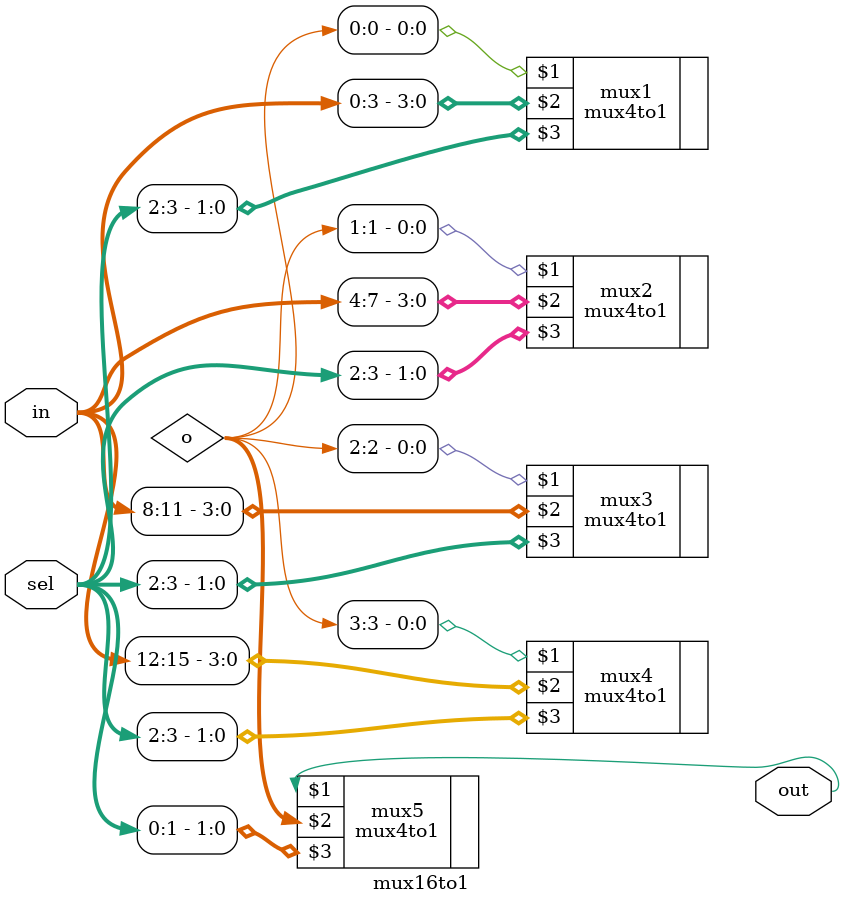
<source format=v>
module mux16to1(in,out,sel);
	
	input[0:15] in;
	output out;
	input[0:3] sel;
	
	wire[0:3] o;
	
	mux4to1 mux1(o[0],in[0:3],sel[2:3]);
	mux4to1 mux2(o[1],in[4:7],sel[2:3]);
	mux4to1 mux3(o[2],in[8:11],sel[2:3]);
	mux4to1 mux4(o[3],in[12:15],sel[2:3]);
	mux4to1 mux5(out, o, sel[0:1]);
endmodule
</source>
